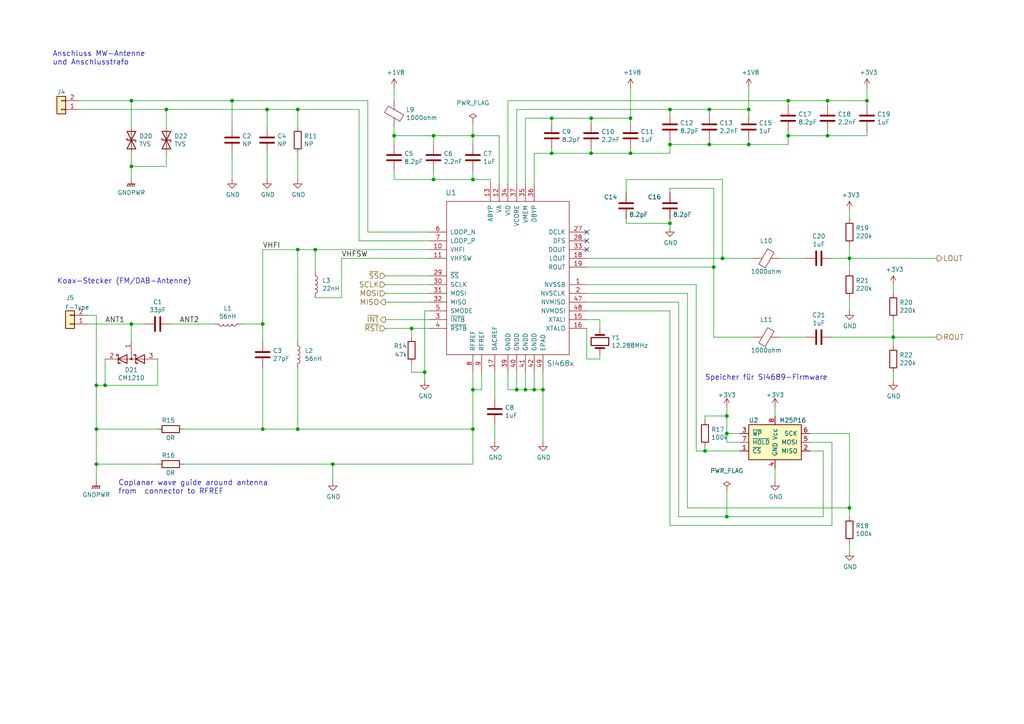
<source format=kicad_sch>
(kicad_sch (version 20211123) (generator eeschema)
  (paper "A4")
  (title_block (title "SI4689 Receiver") (date "2016-03-27") (rev "1"))
  (lib_symbols
    (symbol "Connector_Generic:Conn_01x02" (pin_names (offset 1.016) hide)
      (property "Reference" "J" (at 0 2.54 0))
      (property "Value" "Conn_01x02" (at 0 -5.08 0))
      (symbol "Conn_01x02_1_1"
        (rectangle (start -1.27 -2.413) (end 0 -2.667) (stroke (width 0.1524)))
        (rectangle (start -1.27 0.127) (end 0 -0.127) (stroke (width 0.1524)))
        (rectangle (start -1.27 1.27) (end 1.27 -3.81) (stroke (width 0.254)) (fill (type background)))
        (pin passive line (at -5.08 0 0) (length 3.81) (name "Pin_1") (number "1"))
        (pin passive line (at -5.08 -2.54 0) (length 3.81) (name "Pin_2") (number "2"))
      )
    )
    (symbol "Device:C" (pin_numbers hide) (pin_names (offset 0.254))
      (property "Reference" "C" (at 0.635 2.54 0))
      (property "Value" "C" (at 0.635 -2.54 0))
      (symbol "C_0_1"
        (polyline (pts (xy -2.032 -0.762) (xy 2.032 -0.762)) (stroke (width 0.508)))
        (polyline (pts (xy -2.032 0.762) (xy 2.032 0.762)) (stroke (width 0.508)))
      )
      (symbol "C_1_1"
        (pin passive line (at 0 3.81 270) (length 2.794) (name "~") (number "1"))
        (pin passive line (at 0 -3.81 90) (length 2.794) (name "~") (number "2"))
      )
    )
    (symbol "Device:Crystal" (pin_numbers hide) (pin_names (offset 1.016) hide)
      (property "Reference" "Y" (at 0 3.81 0))
      (property "Value" "Crystal" (at 0 -3.81 0))
      (symbol "Crystal_0_1"
        (rectangle (start -1.143 2.54) (end 1.143 -2.54) (stroke (width 0.3048)))
        (polyline (pts (xy -2.54 0) (xy -1.905 0)))
        (polyline (pts (xy -1.905 -1.27) (xy -1.905 1.27)) (stroke (width 0.508)))
        (polyline (pts (xy 1.905 -1.27) (xy 1.905 1.27)) (stroke (width 0.508)))
        (polyline (pts (xy 2.54 0) (xy 1.905 0)))
      )
      (symbol "Crystal_1_1"
        (pin passive line (at -3.81 0 0) (length 1.27) (name "1") (number "1"))
        (pin passive line (at 3.81 0 180) (length 1.27) (name "2") (number "2"))
      )
    )
    (symbol "Device:D_TVS" (pin_numbers hide) (pin_names (offset 1.016) hide)
      (property "Reference" "D" (at 0 2.54 0))
      (property "Value" "D_TVS" (at 0 -2.54 0))
      (symbol "D_TVS_0_1"
        (polyline (pts (xy 1.27 0) (xy -1.27 0)))
        (polyline (pts (xy 0.508 1.27) (xy 0 1.27) (xy 0 -1.27) (xy -0.508 -1.27)) (stroke (width 0.254)))
        (polyline (pts (xy -2.54 1.27) (xy -2.54 -1.27) (xy 2.54 1.27) (xy 2.54 -1.27) (xy -2.54 1.27)) (stroke (width 0.254)))
      )
      (symbol "D_TVS_1_1"
        (pin passive line (at -3.81 0 0) (length 2.54) (name "A1") (number "1"))
        (pin passive line (at 3.81 0 180) (length 2.54) (name "A2") (number "2"))
      )
    )
    (symbol "Device:L" (pin_numbers hide) (pin_names (offset 1.016) hide)
      (property "Reference" "L" (at -1.27 0 90))
      (property "Value" "L" (at 1.905 0 90))
      (symbol "L_0_1"
        (arc (start 0 -2.54) (mid 0.635 -1.905) (end 0 -1.27))
        (arc (start 0 -1.27) (mid 0.635 -0.635) (end 0 0))
        (arc (start 0 0) (mid 0.635 0.635) (end 0 1.27))
        (arc (start 0 1.27) (mid 0.635 1.905) (end 0 2.54))
      )
      (symbol "L_1_1"
        (pin passive line (at 0 3.81 270) (length 1.27) (name "1") (number "1"))
        (pin passive line (at 0 -3.81 90) (length 1.27) (name "2") (number "2"))
      )
    )
    (symbol "Device:R" (pin_numbers hide) (pin_names (offset 0))
      (property "Reference" "R" (at 2.032 0 90))
      (property "Value" "R" (at 0 0 90))
      (symbol "R_0_1"
        (rectangle (start -1.016 -2.54) (end 1.016 2.54) (stroke (width 0.254)))
      )
      (symbol "R_1_1"
        (pin passive line (at 0 3.81 270) (length 1.27) (name "~") (number "1"))
        (pin passive line (at 0 -3.81 90) (length 1.27) (name "~") (number "2"))
      )
    )
    (symbol "Mainboard-rescue:+1V8-power" (power) (pin_names (offset 0))
      (property "Value" "+1V8-power" (at 0 3.556 0))
      (symbol "+1V8-power_0_1"
        (polyline (pts (xy -0.762 1.27) (xy 0 2.54)))
        (polyline (pts (xy 0 0) (xy 0 2.54)))
        (polyline (pts (xy 0 2.54) (xy 0.762 1.27)))
      )
      (symbol "+1V8-power_1_1"
        (pin power_in line (at 0 0 90) (length 0) hide (name "+1V8") (number "1"))
      )
    )
    (symbol "Mainboard-rescue:+3V3-power" (power) (pin_names (offset 0))
      (property "Value" "+3V3-power" (at 0 3.556 0))
      (symbol "+3V3-power_0_1"
        (polyline (pts (xy -0.762 1.27) (xy 0 2.54)))
        (polyline (pts (xy 0 0) (xy 0 2.54)))
        (polyline (pts (xy 0 2.54) (xy 0.762 1.27)))
      )
      (symbol "+3V3-power_1_1"
        (pin power_in line (at 0 0 90) (length 0) hide (name "+3V3") (number "1"))
      )
    )
    (symbol "Mainboard-rescue:AT25_EEPROM-eeprom" (pin_names (offset 1.016))
      (property "Reference" "U" (at -7.62 6.35 0))
      (property "Value" "AT25_EEPROM-eeprom" (at 1.27 6.35 0))
      (symbol "AT25_EEPROM-eeprom_0_1"
        (rectangle (start -7.62 5.08) (end 7.62 -5.08) (stroke (width 0.254)) (fill (type background)))
      )
      (symbol "AT25_EEPROM-eeprom_1_1"
        (pin input line (at -10.16 -2.54 0) (length 2.54) (name "~{CS}") (number "1"))
        (pin input line (at 10.16 -2.54 180) (length 2.54) (name "MISO") (number "2"))
        (pin input line (at -10.16 2.54 0) (length 2.54) (name "~{WP}") (number "3"))
        (pin power_in line (at 0 -7.62 90) (length 2.54) (name "GND") (number "4"))
        (pin input line (at 10.16 0 180) (length 2.54) (name "MOSI") (number "5"))
        (pin input line (at 10.16 2.54 180) (length 2.54) (name "SCK") (number "6"))
        (pin input line (at -10.16 0 0) (length 2.54) (name "~{HOLD}") (number "7"))
        (pin power_in line (at 0 7.62 270) (length 2.54) (name "Vcc") (number "8"))
      )
    )
    (symbol "Mainboard-rescue:D_Schottky_x2_Serial_CKA-Device" (pin_names (offset 0.762) hide)
      (property "Reference" "D" (at 1.27 -2.54 0))
      (property "Value" "D_Schottky_x2_Serial_CKA-Device" (at 0 2.54 0))
      (symbol "D_Schottky_x2_Serial_CKA-Device_0_1"
        (polyline (pts (xy -3.81 0) (xy 3.81 0)))
        (polyline (pts (xy 0 0) (xy 0 -2.54)))
        (polyline (pts (xy -1.27 -1.27) (xy -1.27 1.27) (xy -1.27 1.27)) (stroke (width 0.254)))
        (polyline (pts (xy 3.81 1.27) (xy 3.81 -1.27) (xy 3.81 -1.27)) (stroke (width 0.254)))
        (polyline (pts (xy -1.27 -1.27) (xy -0.762 -1.27) (xy -0.762 -1.016) (xy -0.762 -1.016)) (stroke (width 0.254)))
        (polyline (pts (xy 3.81 -1.27) (xy 4.318 -1.27) (xy 4.318 -1.016) (xy 4.318 -1.016)) (stroke (width 0.254)))
        (polyline (pts (xy 3.81 1.27) (xy 3.302 1.27) (xy 3.302 1.016) (xy 3.302 1.016)) (stroke (width 0.254)))
        (polyline (pts (xy -1.778 1.016) (xy -1.778 1.27) (xy -1.27 1.27) (xy -1.27 1.27) (xy -1.27 1.27)) (stroke (width 0.254)))
        (polyline (pts (xy -3.81 1.27) (xy -1.27 0) (xy -3.81 -1.27) (xy -3.81 1.27) (xy -3.81 1.27) (xy -3.81 1.27)) (stroke (width 0.254)))
        (polyline (pts (xy 1.27 1.27) (xy 3.81 0) (xy 1.27 -1.27) (xy 1.27 1.27) (xy 1.27 1.27) (xy 1.27 1.27)) (stroke (width 0.254)))
        (circle (center 0 0) (radius 0.254) (fill (type outline)))
        (pin passive line (at 0 -5.08 90) (length 2.54) (name "common") (number "1"))
        (pin passive line (at 7.62 0 180) (length 3.81) (name "K") (number "2"))
        (pin passive line (at -7.62 0 0) (length 3.81) (name "A") (number "3"))
      )
    )
    (symbol "Mainboard-rescue:Ferrite_Bead-Device" (pin_numbers hide) (pin_names (offset 0))
      (property "Reference" "FB" (at -3.81 0.635 90))
      (property "Value" "Ferrite_Bead-Device" (at 3.81 0 90))
      (symbol "Ferrite_Bead-Device_0_1"
        (polyline (pts (xy 0 -1.27) (xy 0 -1.2192)))
        (polyline (pts (xy 0 1.27) (xy 0 1.2954)))
        (polyline (pts (xy -2.7686 0.4064) (xy -1.7018 2.2606) (xy 2.7686 -0.3048) (xy 1.6764 -2.159) (xy -2.7686 0.4064)))
      )
      (symbol "Ferrite_Bead-Device_1_1"
        (pin passive line (at 0 3.81 270) (length 2.54) (name "~") (number "1"))
        (pin passive line (at 0 -3.81 90) (length 2.54) (name "~") (number "2"))
      )
    )
    (symbol "Mainboard-rescue:GND-power" (power) (pin_names (offset 0))
      (property "Value" "GND-power" (at 0 -3.81 0))
      (symbol "GND-power_0_1"
        (polyline (pts (xy 0 0) (xy 0 -1.27) (xy 1.27 -1.27) (xy 0 -2.54) (xy -1.27 -1.27) (xy 0 -1.27)))
      )
      (symbol "GND-power_1_1"
        (pin power_in line (at 0 0 270) (length 0) hide (name "GND") (number "1"))
      )
    )
    (symbol "Mainboard-rescue:GNDPWR-power" (power) (pin_names (offset 0))
      (property "Value" "GNDPWR-power" (at 0 -3.302 0))
      (symbol "GNDPWR-power_0_1"
        (polyline (pts (xy 0 -1.27) (xy 0 0)))
        (polyline (pts (xy -1.016 -1.27) (xy -1.27 -2.032) (xy -1.27 -2.032)) (stroke (width 0.2032)))
        (polyline (pts (xy -0.508 -1.27) (xy -0.762 -2.032) (xy -0.762 -2.032)) (stroke (width 0.2032)))
        (polyline (pts (xy 0 -1.27) (xy -0.254 -2.032) (xy -0.254 -2.032)) (stroke (width 0.2032)))
        (polyline (pts (xy 0.508 -1.27) (xy 0.254 -2.032) (xy 0.254 -2.032)) (stroke (width 0.2032)))
        (polyline (pts (xy 1.016 -1.27) (xy -1.016 -1.27) (xy -1.016 -1.27)) (stroke (width 0.2032)))
        (polyline (pts (xy 1.016 -1.27) (xy 0.762 -2.032) (xy 0.762 -2.032) (xy 0.762 -2.032)) (stroke (width 0.2032)))
      )
      (symbol "GNDPWR-power_1_1"
        (pin power_in line (at 0 0 270) (length 0) hide (name "GNDPWR") (number "1"))
      )
    )
    (symbol "Mainboard-rescue:PWR_FLAG-power" (power) (pin_numbers hide) (pin_names (offset 0) hide)
      (property "Value" "PWR_FLAG-power" (at 0 3.81 0))
      (symbol "PWR_FLAG-power_0_0"
        (pin power_out line (at 0 0 90) (length 0) (name "pwr") (number "1"))
      )
      (symbol "PWR_FLAG-power_0_1"
        (polyline (pts (xy 0 0) (xy 0 1.27) (xy -1.016 1.905) (xy 0 2.54) (xy 1.016 1.905) (xy 0 1.27)))
      )
    )
    (symbol "si468x:SI468x" (pin_names (offset 1.016))
      (property "Reference" "U" (at 2.54 8.89 0))
      (property "Value" "SI468x" (at 38.1 -36.83 0))
      (symbol "SI468x_0_1"
        (rectangle (start 5.08 8.89) (end 40.64 -35.56))
      )
      (symbol "SI468x_1_1"
        (pin output line (at 45.72 -15.24 180) (length 5.08) (name "NVSSB") (number "1"))
        (pin input line (at 0 -5.08 0) (length 5.08) (name "VHFI") (number "10"))
        (pin output line (at 0 -7.62 0) (length 5.08) (name "VHFSW") (number "11"))
        (pin power_in line (at 20.32 13.97 270) (length 5.08) (name "VA") (number "12"))
        (pin power_out line (at 17.78 13.97 270) (length 5.08) (name "ABYP") (number "13"))
        (pin no_connect line (at 7.62 13.97 270) (length 5.08) hide (name "NC") (number "14"))
        (pin input line (at 45.72 -25.4 180) (length 5.08) (name "XTALI") (number "15"))
        (pin output line (at 45.72 -27.94 180) (length 5.08) (name "XTALO") (number "16"))
        (pin power_out line (at 19.05 -40.64 90) (length 5.08) (name "DACREF") (number "17"))
        (pin output line (at 45.72 -7.62 180) (length 5.08) (name "LOUT") (number "18"))
        (pin output line (at 45.72 -10.16 180) (length 5.08) (name "ROUT") (number "19"))
        (pin output line (at 45.72 -17.78 180) (length 5.08) (name "NVSCLK") (number "2"))
        (pin no_connect line (at 10.16 13.97 270) (length 5.08) hide (name "NC") (number "20"))
        (pin no_connect line (at 12.7 13.97 270) (length 5.08) hide (name "NC") (number "21"))
        (pin no_connect line (at 15.24 13.97 270) (length 5.08) hide (name "NC") (number "22"))
        (pin no_connect line (at 33.02 13.97 270) (length 5.08) hide (name "NC") (number "23"))
        (pin no_connect line (at 35.56 13.97 270) (length 5.08) hide (name "NC") (number "24"))
        (pin no_connect line (at 38.1 13.97 270) (length 5.08) hide (name "NC") (number "25"))
        (pin no_connect line (at 0 2.54 0) (length 5.08) hide (name "NC") (number "26"))
        (pin tri_state line (at 45.72 0 180) (length 5.08) (name "DCLK") (number "27"))
        (pin tri_state line (at 45.72 -2.54 180) (length 5.08) (name "DFS") (number "28"))
        (pin input line (at 0 -12.7 0) (length 5.08) (name "~{SS}") (number "29"))
        (pin output line (at 0 -25.4 0) (length 5.08) (name "~{INTB}") (number "3"))
        (pin input line (at 0 -15.24 0) (length 5.08) (name "SCLK") (number "30"))
        (pin bidirectional line (at 0 -17.78 0) (length 5.08) (name "MOSI") (number "31"))
        (pin bidirectional line (at 0 -20.32 0) (length 5.08) (name "MISO") (number "32"))
        (pin output line (at 45.72 -5.08 180) (length 5.08) (name "DOUT") (number "33"))
        (pin power_in line (at 22.86 13.97 270) (length 5.08) (name "VIO") (number "34"))
        (pin power_in line (at 27.94 13.97 270) (length 5.08) (name "VMEM") (number "35"))
        (pin power_out line (at 30.48 13.97 270) (length 5.08) (name "DBYP") (number "36"))
        (pin power_in line (at 25.4 13.97 270) (length 5.08) (name "VCORE") (number "37"))
        (pin no_connect line (at 0 -10.16 0) (length 5.08) hide (name "NC") (number "38"))
        (pin power_in line (at 22.86 -40.64 90) (length 5.08) (name "GNDD") (number "39"))
        (pin input line (at 0 -27.94 0) (length 5.08) (name "~{RSTB}") (number "4"))
        (pin power_in line (at 25.4 -40.64 90) (length 5.08) (name "GNDD") (number "40"))
        (pin power_in line (at 27.94 -40.64 90) (length 5.08) (name "GNDD") (number "41"))
        (pin power_in line (at 30.48 -40.64 90) (length 5.08) (name "GNDD") (number "42"))
        (pin no_connect line (at 0 -30.48 0) (length 5.08) hide (name "NC") (number "43"))
        (pin no_connect line (at 0 -33.02 0) (length 5.08) hide (name "NC") (number "44"))
        (pin no_connect line (at 45.72 -12.7 180) (length 5.08) hide (name "NC") (number "45"))
        (pin no_connect line (at 45.72 -30.48 180) (length 5.08) hide (name "NC") (number "46"))
        (pin input line (at 45.72 -20.32 180) (length 5.08) (name "NVMISO") (number "47"))
        (pin output line (at 45.72 -22.86 180) (length 5.08) (name "NVMOSI") (number "48"))
        (pin power_in line (at 33.02 -40.64 90) (length 5.08) (name "EPAD") (number "49"))
        (pin input line (at 0 -22.86 0) (length 5.08) (name "SMODE") (number "5"))
        (pin input line (at 0 0 0) (length 5.08) (name "LOOP_N") (number "6"))
        (pin input line (at 0 -2.54 0) (length 5.08) (name "LOOP_P") (number "7"))
        (pin power_in line (at 12.7 -40.64 90) (length 5.08) (name "RFREF") (number "8"))
        (pin power_in line (at 15.24 -40.64 90) (length 5.08) (name "RFREF") (number "9"))
      )
    )
  )
  (junction (at 38.1 29.21))
  (junction (at 246.38 74.93))
  (junction (at 182.88 44.45))
  (junction (at 217.17 31.75))
  (junction (at 228.6 29.21))
  (junction (at 38.1 48.26))
  (junction (at 77.47 31.75))
  (junction (at 137.16 124.46))
  (junction (at 154.94 113.03))
  (junction (at 114.3 39.37))
  (junction (at 259.08 97.79))
  (junction (at 152.4 113.03))
  (junction (at 27.94 111.76))
  (junction (at 125.73 39.37))
  (junction (at 123.19 107.95))
  (junction (at 246.38 147.32))
  (junction (at 137.16 113.03))
  (junction (at 30.48 111.76))
  (junction (at 119.38 95.25))
  (junction (at 210.82 149.86))
  (junction (at 217.17 41.91))
  (junction (at 210.82 125.73))
  (junction (at 27.94 134.62))
  (junction (at 86.36 31.75))
  (junction (at 91.44 72.39))
  (junction (at 27.94 124.46))
  (junction (at 38.1 93.98))
  (junction (at 209.55 74.93))
  (junction (at 240.03 29.21))
  (junction (at 182.88 34.29))
  (junction (at 125.73 52.07))
  (junction (at 157.48 113.03))
  (junction (at 160.02 34.29))
  (junction (at 96.52 134.62))
  (junction (at 76.2 124.46))
  (junction (at 149.86 113.03))
  (junction (at 251.46 29.21))
  (junction (at 137.16 52.07))
  (junction (at 86.36 72.39))
  (junction (at 48.26 31.75))
  (junction (at 67.31 29.21))
  (junction (at 76.2 93.98))
  (junction (at 228.6 39.37))
  (junction (at 171.45 34.29))
  (junction (at 210.82 120.65))
  (junction (at 207.01 77.47))
  (junction (at 194.31 31.75))
  (junction (at 194.31 41.91))
  (junction (at 205.74 41.91))
  (junction (at 86.36 124.46))
  (junction (at 205.74 31.75))
  (junction (at 240.03 39.37))
  (junction (at 194.31 64.77))
  (junction (at 171.45 44.45))
  (junction (at 204.47 130.81))
  (junction (at 160.02 44.45))
  (junction (at 137.16 39.37))
  (no_connect (at 170.18 69.85))
  (no_connect (at 170.18 72.39))
  (no_connect (at 170.18 67.31))
  (wire (pts (xy 111.76 87.63) (xy 124.46 87.63)))
  (wire (pts (xy 137.16 35.56) (xy 137.16 39.37)))
  (wire (pts (xy 125.73 52.07) (xy 137.16 52.07)))
  (wire (pts (xy 201.93 82.55) (xy 201.93 130.81)))
  (wire (pts (xy 246.38 147.32) (xy 246.38 149.86)))
  (wire (pts (xy 228.6 39.37) (xy 240.03 39.37)))
  (wire (pts (xy 86.36 124.46) (xy 86.36 106.68)))
  (wire (pts (xy 27.94 124.46) (xy 45.72 124.46)))
  (wire (pts (xy 160.02 34.29) (xy 160.02 35.56)))
  (wire (pts (xy 111.76 85.09) (xy 124.46 85.09)))
  (wire (pts (xy 48.26 48.26) (xy 48.26 44.45)))
  (wire (pts (xy 181.61 64.77) (xy 194.31 64.77)))
  (wire (pts (xy 147.32 107.95) (xy 147.32 113.03)))
  (wire (pts (xy 238.76 149.86) (xy 238.76 130.81)))
  (wire (pts (xy 182.88 44.45) (xy 182.88 43.18)))
  (wire (pts (xy 196.85 87.63) (xy 196.85 149.86)))
  (wire (pts (xy 106.68 29.21) (xy 106.68 67.31)))
  (wire (pts (xy 170.18 95.25) (xy 170.18 104.14)))
  (wire (pts (xy 123.19 90.17) (xy 124.46 90.17)))
  (wire (pts (xy 204.47 120.65) (xy 210.82 120.65)))
  (wire (pts (xy 170.18 104.14) (xy 173.99 104.14)))
  (wire (pts (xy 228.6 39.37) (xy 228.6 41.91)))
  (wire (pts (xy 207.01 77.47) (xy 170.18 77.47)))
  (wire (pts (xy 45.72 111.76) (xy 45.72 104.14)))
  (wire (pts (xy 96.52 134.62) (xy 137.16 134.62)))
  (wire (pts (xy 86.36 72.39) (xy 91.44 72.39)))
  (wire (pts (xy 160.02 44.45) (xy 154.94 44.45)))
  (wire (pts (xy 205.74 31.75) (xy 217.17 31.75)))
  (wire (pts (xy 86.36 72.39) (xy 86.36 99.06)))
  (wire (pts (xy 25.4 93.98) (xy 38.1 93.98)))
  (wire (pts (xy 210.82 142.24) (xy 210.82 149.86)))
  (wire (pts (xy 86.36 44.45) (xy 86.36 52.07)))
  (wire (pts (xy 171.45 44.45) (xy 160.02 44.45)))
  (wire (pts (xy 86.36 31.75) (xy 86.36 36.83)))
  (wire (pts (xy 86.36 31.75) (xy 104.14 31.75)))
  (wire (pts (xy 119.38 107.95) (xy 123.19 107.95)))
  (wire (pts (xy 170.18 74.93) (xy 209.55 74.93)))
  (wire (pts (xy 182.88 34.29) (xy 182.88 35.56)))
  (wire (pts (xy 137.16 52.07) (xy 142.24 52.07)))
  (wire (pts (xy 194.31 152.4) (xy 241.3 152.4)))
  (wire (pts (xy 123.19 90.17) (xy 123.19 107.95)))
  (wire (pts (xy 246.38 74.93) (xy 271.78 74.93)))
  (wire (pts (xy 209.55 74.93) (xy 209.55 52.07)))
  (wire (pts (xy 228.6 29.21) (xy 240.03 29.21)))
  (wire (pts (xy 123.19 107.95) (xy 123.19 110.49)))
  (wire (pts (xy 201.93 130.81) (xy 204.47 130.81)))
  (wire (pts (xy 25.4 91.44) (xy 27.94 91.44)))
  (wire (pts (xy 27.94 134.62) (xy 45.72 134.62)))
  (wire (pts (xy 173.99 92.71) (xy 173.99 95.25)))
  (wire (pts (xy 67.31 29.21) (xy 67.31 36.83)))
  (wire (pts (xy 246.38 157.48) (xy 246.38 160.02)))
  (wire (pts (xy 240.03 39.37) (xy 240.03 38.1)))
  (wire (pts (xy 149.86 113.03) (xy 152.4 113.03)))
  (wire (pts (xy 194.31 41.91) (xy 194.31 44.45)))
  (wire (pts (xy 251.46 29.21) (xy 251.46 30.48)))
  (wire (pts (xy 30.48 104.14) (xy 30.48 111.76)))
  (wire (pts (xy 125.73 39.37) (xy 137.16 39.37)))
  (wire (pts (xy 194.31 63.5) (xy 194.31 64.77)))
  (wire (pts (xy 204.47 129.54) (xy 204.47 130.81)))
  (wire (pts (xy 196.85 149.86) (xy 210.82 149.86)))
  (wire (pts (xy 77.47 31.75) (xy 86.36 31.75)))
  (wire (pts (xy 27.94 124.46) (xy 27.94 134.62)))
  (wire (pts (xy 125.73 39.37) (xy 125.73 41.91)))
  (wire (pts (xy 224.79 135.89) (xy 224.79 139.7)))
  (wire (pts (xy 240.03 29.21) (xy 251.46 29.21)))
  (wire (pts (xy 77.47 44.45) (xy 77.47 52.07)))
  (wire (pts (xy 119.38 97.79) (xy 119.38 95.25)))
  (wire (pts (xy 194.31 31.75) (xy 205.74 31.75)))
  (wire (pts (xy 149.86 31.75) (xy 149.86 53.34)))
  (wire (pts (xy 137.16 113.03) (xy 137.16 107.95)))
  (wire (pts (xy 67.31 29.21) (xy 106.68 29.21)))
  (wire (pts (xy 207.01 54.61) (xy 194.31 54.61)))
  (wire (pts (xy 240.03 29.21) (xy 240.03 30.48)))
  (wire (pts (xy 194.31 64.77) (xy 194.31 66.04)))
  (wire (pts (xy 170.18 90.17) (xy 194.31 90.17)))
  (wire (pts (xy 137.16 39.37) (xy 137.16 41.91)))
  (wire (pts (xy 241.3 74.93) (xy 246.38 74.93)))
  (wire (pts (xy 170.18 85.09) (xy 199.39 85.09)))
  (wire (pts (xy 217.17 31.75) (xy 217.17 33.02)))
  (wire (pts (xy 241.3 97.79) (xy 259.08 97.79)))
  (wire (pts (xy 210.82 125.73) (xy 214.63 125.73)))
  (wire (pts (xy 207.01 54.61) (xy 207.01 77.47)))
  (wire (pts (xy 154.94 113.03) (xy 157.48 113.03)))
  (wire (pts (xy 114.3 52.07) (xy 114.3 49.53)))
  (wire (pts (xy 209.55 74.93) (xy 218.44 74.93)))
  (wire (pts (xy 104.14 31.75) (xy 104.14 69.85)))
  (wire (pts (xy 259.08 82.55) (xy 259.08 85.09)))
  (wire (pts (xy 114.3 25.4) (xy 114.3 29.21)))
  (wire (pts (xy 124.46 74.93) (xy 99.06 74.93)))
  (wire (pts (xy 147.32 29.21) (xy 228.6 29.21)))
  (wire (pts (xy 240.03 39.37) (xy 251.46 39.37)))
  (wire (pts (xy 27.94 111.76) (xy 27.94 124.46)))
  (wire (pts (xy 53.34 134.62) (xy 96.52 134.62)))
  (wire (pts (xy 246.38 71.12) (xy 246.38 74.93)))
  (wire (pts (xy 152.4 113.03) (xy 154.94 113.03)))
  (wire (pts (xy 30.48 111.76) (xy 45.72 111.76)))
  (wire (pts (xy 246.38 125.73) (xy 246.38 147.32)))
  (wire (pts (xy 149.86 31.75) (xy 194.31 31.75)))
  (wire (pts (xy 76.2 124.46) (xy 76.2 106.68)))
  (wire (pts (xy 99.06 86.36) (xy 91.44 86.36)))
  (wire (pts (xy 69.85 93.98) (xy 76.2 93.98)))
  (wire (pts (xy 170.18 82.55) (xy 201.93 82.55)))
  (wire (pts (xy 194.31 40.64) (xy 194.31 41.91)))
  (wire (pts (xy 91.44 72.39) (xy 124.46 72.39)))
  (wire (pts (xy 76.2 72.39) (xy 86.36 72.39)))
  (wire (pts (xy 160.02 34.29) (xy 171.45 34.29)))
  (wire (pts (xy 139.7 113.03) (xy 137.16 113.03)))
  (wire (pts (xy 38.1 29.21) (xy 38.1 36.83)))
  (wire (pts (xy 226.06 97.79) (xy 233.68 97.79)))
  (wire (pts (xy 199.39 147.32) (xy 246.38 147.32)))
  (wire (pts (xy 173.99 92.71) (xy 170.18 92.71)))
  (wire (pts (xy 139.7 107.95) (xy 139.7 113.03)))
  (wire (pts (xy 114.3 39.37) (xy 114.3 41.91)))
  (wire (pts (xy 259.08 97.79) (xy 271.78 97.79)))
  (wire (pts (xy 67.31 44.45) (xy 67.31 52.07)))
  (wire (pts (xy 48.26 31.75) (xy 48.26 36.83)))
  (wire (pts (xy 38.1 48.26) (xy 48.26 48.26)))
  (wire (pts (xy 194.31 31.75) (xy 194.31 33.02)))
  (wire (pts (xy 86.36 124.46) (xy 137.16 124.46)))
  (wire (pts (xy 76.2 124.46) (xy 86.36 124.46)))
  (wire (pts (xy 238.76 130.81) (xy 234.95 130.81)))
  (wire (pts (xy 171.45 34.29) (xy 182.88 34.29)))
  (wire (pts (xy 157.48 113.03) (xy 157.48 128.27)))
  (wire (pts (xy 171.45 34.29) (xy 171.45 35.56)))
  (wire (pts (xy 199.39 85.09) (xy 199.39 147.32)))
  (wire (pts (xy 224.79 118.11) (xy 224.79 120.65)))
  (wire (pts (xy 228.6 29.21) (xy 228.6 30.48)))
  (wire (pts (xy 182.88 25.4) (xy 182.88 34.29)))
  (wire (pts (xy 259.08 92.71) (xy 259.08 97.79)))
  (wire (pts (xy 114.3 39.37) (xy 125.73 39.37)))
  (wire (pts (xy 181.61 52.07) (xy 181.61 55.88)))
  (wire (pts (xy 152.4 53.34) (xy 152.4 34.29)))
  (wire (pts (xy 53.34 124.46) (xy 76.2 124.46)))
  (wire (pts (xy 27.94 91.44) (xy 27.94 111.76)))
  (wire (pts (xy 207.01 97.79) (xy 218.44 97.79)))
  (wire (pts (xy 137.16 52.07) (xy 137.16 49.53)))
  (wire (pts (xy 251.46 25.4) (xy 251.46 29.21)))
  (wire (pts (xy 144.78 39.37) (xy 144.78 53.34)))
  (wire (pts (xy 228.6 41.91) (xy 217.17 41.91)))
  (wire (pts (xy 137.16 134.62) (xy 137.16 124.46)))
  (wire (pts (xy 205.74 41.91) (xy 205.74 40.64)))
  (wire (pts (xy 38.1 93.98) (xy 41.91 93.98)))
  (wire (pts (xy 99.06 74.93) (xy 99.06 86.36)))
  (wire (pts (xy 111.76 95.25) (xy 119.38 95.25)))
  (wire (pts (xy 149.86 107.95) (xy 149.86 113.03)))
  (wire (pts (xy 143.51 115.57) (xy 143.51 107.95)))
  (wire (pts (xy 246.38 74.93) (xy 246.38 78.74)))
  (wire (pts (xy 205.74 31.75) (xy 205.74 33.02)))
  (wire (pts (xy 77.47 31.75) (xy 77.47 36.83)))
  (wire (pts (xy 210.82 118.11) (xy 210.82 120.65)))
  (wire (pts (xy 204.47 130.81) (xy 214.63 130.81)))
  (wire (pts (xy 76.2 72.39) (xy 76.2 93.98)))
  (wire (pts (xy 154.94 113.03) (xy 154.94 107.95)))
  (wire (pts (xy 111.76 82.55) (xy 124.46 82.55)))
  (wire (pts (xy 246.38 86.36) (xy 246.38 90.17)))
  (wire (pts (xy 137.16 124.46) (xy 137.16 113.03)))
  (wire (pts (xy 147.32 113.03) (xy 149.86 113.03)))
  (wire (pts (xy 114.3 36.83) (xy 114.3 39.37)))
  (wire (pts (xy 147.32 53.34) (xy 147.32 29.21)))
  (wire (pts (xy 152.4 34.29) (xy 160.02 34.29)))
  (wire (pts (xy 143.51 128.27) (xy 143.51 123.19)))
  (wire (pts (xy 142.24 52.07) (xy 142.24 53.34)))
  (wire (pts (xy 182.88 44.45) (xy 171.45 44.45)))
  (wire (pts (xy 171.45 44.45) (xy 171.45 43.18)))
  (wire (pts (xy 259.08 107.95) (xy 259.08 110.49)))
  (wire (pts (xy 111.76 80.01) (xy 124.46 80.01)))
  (wire (pts (xy 22.86 29.21) (xy 38.1 29.21)))
  (wire (pts (xy 157.48 107.95) (xy 157.48 113.03)))
  (wire (pts (xy 173.99 104.14) (xy 173.99 102.87)))
  (wire (pts (xy 48.26 31.75) (xy 77.47 31.75)))
  (wire (pts (xy 204.47 121.92) (xy 204.47 120.65)))
  (wire (pts (xy 38.1 48.26) (xy 38.1 52.07)))
  (wire (pts (xy 246.38 125.73) (xy 234.95 125.73)))
  (wire (pts (xy 210.82 128.27) (xy 214.63 128.27)))
  (wire (pts (xy 104.14 69.85) (xy 124.46 69.85)))
  (wire (pts (xy 246.38 60.96) (xy 246.38 63.5)))
  (wire (pts (xy 241.3 152.4) (xy 241.3 128.27)))
  (wire (pts (xy 194.31 54.61) (xy 194.31 55.88)))
  (wire (pts (xy 210.82 120.65) (xy 210.82 125.73)))
  (wire (pts (xy 27.94 111.76) (xy 30.48 111.76)))
  (wire (pts (xy 152.4 113.03) (xy 152.4 107.95)))
  (wire (pts (xy 251.46 39.37) (xy 251.46 38.1)))
  (wire (pts (xy 210.82 125.73) (xy 210.82 128.27)))
  (wire (pts (xy 160.02 44.45) (xy 160.02 43.18)))
  (wire (pts (xy 125.73 52.07) (xy 125.73 49.53)))
  (wire (pts (xy 228.6 38.1) (xy 228.6 39.37)))
  (wire (pts (xy 207.01 77.47) (xy 207.01 97.79)))
  (wire (pts (xy 217.17 25.4) (xy 217.17 31.75)))
  (wire (pts (xy 205.74 41.91) (xy 194.31 41.91)))
  (wire (pts (xy 226.06 74.93) (xy 233.68 74.93)))
  (wire (pts (xy 38.1 44.45) (xy 38.1 48.26)))
  (wire (pts (xy 154.94 44.45) (xy 154.94 53.34)))
  (wire (pts (xy 114.3 52.07) (xy 125.73 52.07)))
  (wire (pts (xy 38.1 29.21) (xy 67.31 29.21)))
  (wire (pts (xy 194.31 90.17) (xy 194.31 152.4)))
  (wire (pts (xy 181.61 63.5) (xy 181.61 64.77)))
  (wire (pts (xy 76.2 93.98) (xy 76.2 99.06)))
  (wire (pts (xy 119.38 95.25) (xy 124.46 95.25)))
  (wire (pts (xy 217.17 41.91) (xy 217.17 40.64)))
  (wire (pts (xy 170.18 87.63) (xy 196.85 87.63)))
  (wire (pts (xy 217.17 41.91) (xy 205.74 41.91)))
  (wire (pts (xy 259.08 97.79) (xy 259.08 100.33)))
  (wire (pts (xy 111.76 92.71) (xy 124.46 92.71)))
  (wire (pts (xy 22.86 31.75) (xy 48.26 31.75)))
  (wire (pts (xy 209.55 52.07) (xy 181.61 52.07)))
  (wire (pts (xy 38.1 93.98) (xy 38.1 99.06)))
  (wire (pts (xy 91.44 72.39) (xy 91.44 78.74)))
  (wire (pts (xy 241.3 128.27) (xy 234.95 128.27)))
  (wire (pts (xy 49.53 93.98) (xy 62.23 93.98)))
  (wire (pts (xy 119.38 105.41) (xy 119.38 107.95)))
  (wire (pts (xy 27.94 134.62) (xy 27.94 139.7)))
  (wire (pts (xy 137.16 39.37) (xy 144.78 39.37)))
  (wire (pts (xy 106.68 67.31) (xy 124.46 67.31)))
  (wire (pts (xy 194.31 44.45) (xy 182.88 44.45)))
  (wire (pts (xy 210.82 149.86) (xy 238.76 149.86)))
  (wire (pts (xy 96.52 134.62) (xy 96.52 139.7)))
  (text "Koax-Stecker (FM/DAB-Antenne)" (at 16.51 82.55 0) (effects (font (size 1.524 1.524)) (justify left bottom)))
  (text "Coplanar wave guide around antenna\nfrom  connector to RFREF" (at 34.29 143.51 0) (effects (font (size 1.524 1.524)) (justify left bottom)))
  (text "Speicher für SI4689-Firmware" (at 204.47 110.49 0) (effects (font (size 1.524 1.524)) (justify left bottom)))
  (text "Anschluss MW-Antenne\nund Anschlusstrafo" (at 15.24 19.05 0) (effects (font (size 1.524 1.524)) (justify left bottom)))
  (label "ANT2" (at 52.07 93.98 0) (effects (font (size 1.524 1.524))))
  (label "VHFI" (at 76.2 72.39 0) (effects (font (size 1.524 1.524))))
  (label "VHFSW" (at 99.06 74.93 0) (effects (font (size 1.524 1.524))))
  (label "ANT1" (at 30.48 93.98 0) (effects (font (size 1.524 1.524))))
  (hierarchical_label "~{SS}" (shape input) (at 111.76 80.01 180) (effects (font (size 1.524 1.524))))
  (hierarchical_label "MISO" (shape output) (at 111.76 87.63 180) (effects (font (size 1.524 1.524))))
  (hierarchical_label "MOSI" (shape input) (at 111.76 85.09 180) (effects (font (size 1.524 1.524))))
  (hierarchical_label "LOUT" (shape output) (at 271.78 74.93 0) (effects (font (size 1.524 1.524))))
  (hierarchical_label "~{RST}" (shape input) (at 111.76 95.25 180) (effects (font (size 1.524 1.524))))
  (hierarchical_label "~{INT}" (shape output) (at 111.76 92.71 180) (effects (font (size 1.524 1.524))))
  (hierarchical_label "SCLK" (shape input) (at 111.76 82.55 180) (effects (font (size 1.524 1.524))))
  (hierarchical_label "ROUT" (shape output) (at 271.78 97.79 0) (effects (font (size 1.524 1.524))))
  (symbol (lib_id "si468x:SI468x") (at 124.46 67.31 0) (unit 1)
    (property "Reference" "U1" (at 130.81 55.88 0) (effects (font (size 1.524 1.524))))
    (property "Value" "SI468x" (at 162.56 105.41 0) (effects (font (size 1.524 1.524))))
    (property "Footprint" "QFN:QFN_48" (effects hide))
    (property "Manufacturer" "Silicon Labs" (effects hide))
    (property "Type" "Si4689-A10-GM" (effects hide))
    (property "Source" "Mouser" (effects hide))
    (property "Order Number" "634-SI4689-A10-GM" (effects hide))
  )
  (symbol (lib_id "Device:Crystal") (at 173.99 99.06 270) (unit 1)
    (property "Reference" "Y1" (at 177.3174 97.8916 90) (effects (justify left)))
    (property "Value" "12.288MHz" (at 177.3174 100.203 90) (effects (justify left)))
    (property "Footprint" "Crystals:Crystal_HC49-SD_SMD" (effects hide))
    (property "Manufacturer" "TXC" (effects hide))
    (property "Type" "9C-12.288MEEJ-T" (effects hide))
    (property "Source" "Farnell" (effects hide))
    (property "Order Number" "1842283" (effects hide))
  )
  (symbol (lib_id "Device:C") (at 160.02 39.37 0) (unit 1)
    (property "Reference" "C9" (at 162.941 38.2016 0) (effects (justify left)))
    (property "Value" "8.2pF" (at 162.941 40.513 0) (effects (justify left)))
    (property "Footprint" "Capacitors_SMD:C_0603_HandSoldering" (effects hide))
  )
  (symbol (lib_id "Device:C") (at 171.45 39.37 0) (unit 1)
    (property "Reference" "C10" (at 174.371 38.2016 0) (effects (justify left)))
    (property "Value" "2.2nF" (at 174.371 40.513 0) (effects (justify left)))
    (property "Footprint" "Capacitors_SMD:C_0603_HandSoldering" (effects hide))
  )
  (symbol (lib_id "Device:C") (at 182.88 39.37 0) (unit 1)
    (property "Reference" "C11" (at 185.801 38.2016 0) (effects (justify left)))
    (property "Value" "1uF" (at 185.801 40.513 0) (effects (justify left)))
    (property "Footprint" "Capacitors_SMD:C_0603_HandSoldering" (effects hide))
  )
  (symbol (lib_id "Device:C") (at 194.31 36.83 0) (unit 1)
    (property "Reference" "C12" (at 197.231 35.6616 0) (effects (justify left)))
    (property "Value" "8.2pF" (at 197.231 37.973 0) (effects (justify left)))
    (property "Footprint" "Capacitors_SMD:C_0603_HandSoldering" (effects hide))
  )
  (symbol (lib_id "Device:C") (at 205.74 36.83 0) (unit 1)
    (property "Reference" "C13" (at 208.661 35.6616 0) (effects (justify left)))
    (property "Value" "2.2nF" (at 208.661 37.973 0) (effects (justify left)))
    (property "Footprint" "Capacitors_SMD:C_0603_HandSoldering" (effects hide))
  )
  (symbol (lib_id "Device:C") (at 217.17 36.83 0) (unit 1)
    (property "Reference" "C15" (at 220.091 35.6616 0) (effects (justify left)))
    (property "Value" "1uF" (at 220.091 37.973 0) (effects (justify left)))
    (property "Footprint" "Capacitors_SMD:C_0603_HandSoldering" (effects hide))
  )
  (symbol (lib_id "Device:C") (at 228.6 34.29 0) (unit 1)
    (property "Reference" "C17" (at 231.521 33.1216 0) (effects (justify left)))
    (property "Value" "8.2pF" (at 231.521 35.433 0) (effects (justify left)))
    (property "Footprint" "Capacitors_SMD:C_0603_HandSoldering" (effects hide))
  )
  (symbol (lib_id "Device:C") (at 240.03 34.29 0) (unit 1)
    (property "Reference" "C18" (at 242.951 33.1216 0) (effects (justify left)))
    (property "Value" "2.2nF" (at 242.951 35.433 0) (effects (justify left)))
    (property "Footprint" "Capacitors_SMD:C_0603_HandSoldering" (effects hide))
  )
  (symbol (lib_id "Device:C") (at 251.46 34.29 0) (unit 1)
    (property "Reference" "C19" (at 254.381 33.1216 0) (effects (justify left)))
    (property "Value" "1uF" (at 254.381 35.433 0) (effects (justify left)))
    (property "Footprint" "Capacitors_SMD:C_0603_HandSoldering" (effects hide))
  )
  (symbol (lib_id "Device:C") (at 114.3 45.72 0) (unit 1)
    (property "Reference" "C5" (at 117.221 44.5516 0) (effects (justify left)))
    (property "Value" "8.2pF" (at 117.221 46.863 0) (effects (justify left)))
    (property "Footprint" "Capacitors_SMD:C_0603_HandSoldering" (effects hide))
  )
  (symbol (lib_id "Device:C") (at 125.73 45.72 0) (unit 1)
    (property "Reference" "C6" (at 128.651 44.5516 0) (effects (justify left)))
    (property "Value" "2.2nF" (at 128.651 46.863 0) (effects (justify left)))
    (property "Footprint" "Capacitors_SMD:C_0603_HandSoldering" (effects hide))
  )
  (symbol (lib_id "Device:C") (at 137.16 45.72 0) (unit 1)
    (property "Reference" "C7" (at 140.081 44.5516 0) (effects (justify left)))
    (property "Value" "1uF" (at 140.081 46.863 0) (effects (justify left)))
    (property "Footprint" "Capacitors_SMD:C_0603_HandSoldering" (effects hide))
  )
  (symbol (lib_id "Device:C") (at 143.51 119.38 0) (unit 1)
    (property "Reference" "C8" (at 146.431 118.2116 0) (effects (justify left)))
    (property "Value" "1uF" (at 146.431 120.523 0) (effects (justify left)))
    (property "Footprint" "Capacitors_SMD:C_0603_HandSoldering" (effects hide))
  )
  (symbol (lib_id "Mainboard-rescue:GND-power") (at 143.51 128.27 0) (unit 1)
    (property "Reference" "#PWR011" (effects hide))
    (property "Value" "GND" (at 143.7132 132.6642 0))
  )
  (symbol (lib_id "Device:C") (at 194.31 59.69 180) (unit 1)
    (property "Reference" "C16" (at 191.77 57.15 0) (effects (justify left)))
    (property "Value" "8.2pF" (at 200.66 62.23 0) (effects (justify left)))
    (property "Footprint" "Capacitors_SMD:C_0603_HandSoldering" (effects hide))
  )
  (symbol (lib_id "Device:C") (at 181.61 59.69 180) (unit 1)
    (property "Reference" "C14" (at 179.07 57.15 0) (effects (justify left)))
    (property "Value" "8.2pF" (at 187.96 62.23 0) (effects (justify left)))
    (property "Footprint" "Capacitors_SMD:C_0603_HandSoldering" (effects hide))
  )
  (symbol (lib_id "Mainboard-rescue:Ferrite_Bead-Device") (at 222.25 74.93 270) (unit 1)
    (property "Reference" "L10" (at 222.25 69.85 90))
    (property "Value" "1000ohm" (at 222.25 78.74 90))
    (property "Footprint" "Resistors_SMD:R_0603_HandSoldering" (effects hide))
    (property "Manufacturer" "Murata" (effects hide))
    (property "Type" "BLM18AG102SN1D" (effects hide))
    (property "Source" "Farnell" (effects hide))
    (property "Order Number" "1515671" (effects hide))
  )
  (symbol (lib_id "Mainboard-rescue:Ferrite_Bead-Device") (at 222.25 97.79 270) (unit 1)
    (property "Reference" "L11" (at 222.25 92.71 90))
    (property "Value" "1000ohm" (at 222.25 101.6 90))
    (property "Footprint" "Resistors_SMD:R_0603_HandSoldering" (effects hide))
    (property "Manufacturer" "Murata" (effects hide))
    (property "Type" "BLM18AG102SN1D" (effects hide))
    (property "Source" "Farnell" (effects hide))
    (property "Order Number" "1515671" (effects hide))
  )
  (symbol (lib_id "Mainboard-rescue:GND-power") (at 194.31 66.04 0) (unit 1)
    (property "Reference" "#PWR012" (effects hide))
    (property "Value" "GND" (at 194.5132 70.4342 0))
  )
  (symbol (lib_id "Device:C") (at 237.49 74.93 270) (unit 1)
    (property "Reference" "C20" (at 237.49 68.5292 90))
    (property "Value" "1uF" (at 237.49 70.8406 90))
    (property "Footprint" "Capacitors_SMD:C_0603_HandSoldering" (effects hide))
  )
  (symbol (lib_id "Device:C") (at 237.49 97.79 270) (unit 1)
    (property "Reference" "C21" (at 237.49 91.3892 90))
    (property "Value" "1uF" (at 237.49 93.7006 90))
    (property "Footprint" "Capacitors_SMD:C_0603_HandSoldering" (effects hide))
  )
  (symbol (lib_id "Device:C") (at 45.72 93.98 270) (unit 1)
    (property "Reference" "C1" (at 45.72 87.5792 90))
    (property "Value" "33pF" (at 45.72 89.8906 90))
    (property "Footprint" "Capacitors_SMD:C_0603_HandSoldering" (effects hide))
  )
  (symbol (lib_id "Device:L") (at 66.04 93.98 270) (unit 1)
    (property "Reference" "L1" (at 66.04 89.4588 90))
    (property "Value" "56nH" (at 66.04 91.7702 90))
    (property "Footprint" "Resistors_SMD:R_0603_HandSoldering" (effects hide))
    (property "Manufacturer" "Johanson Technology" (effects hide))
    (property "Type" "L-14W56NJV4E" (effects hide))
    (property "Source" "Farnell" (effects hide))
    (property "Order Number" "1865871" (effects hide))
  )
  (symbol (lib_id "Device:L") (at 86.36 102.87 0) (unit 1)
    (property "Reference" "L2" (at 88.3666 101.7016 0) (effects (justify left)))
    (property "Value" "56nH" (at 88.3666 104.013 0) (effects (justify left)))
    (property "Footprint" "Resistors_SMD:R_0603_HandSoldering" (effects hide))
    (property "Manufacturer" "Johanson Technology" (effects hide))
    (property "Type" "L-14W56NJV4E" (effects hide))
    (property "Source" "Farnell" (effects hide))
    (property "Order Number" "1865871" (effects hide))
  )
  (symbol (lib_id "Device:L") (at 91.44 82.55 0) (unit 1)
    (property "Reference" "L3" (at 93.4466 81.3816 0) (effects (justify left)))
    (property "Value" "22nH" (at 93.4466 83.693 0) (effects (justify left)))
    (property "Footprint" "Resistors_SMD:R_0603_HandSoldering" (effects hide))
    (property "Manufacturer" "Murata" (effects hide))
    (property "Type" "LQW18AN22NG00D" (effects hide))
    (property "Source" "Farnell" (effects hide))
    (property "Order Number" "9527982" (effects hide))
  )
  (symbol (lib_id "Device:C") (at 76.2 102.87 0) (unit 1)
    (property "Reference" "C3" (at 79.121 101.7016 0) (effects (justify left)))
    (property "Value" "27pF" (at 79.121 104.013 0) (effects (justify left)))
    (property "Footprint" "Capacitors_SMD:C_0603_HandSoldering" (effects hide))
    (property "Manufacturer" "Value" (effects hide))
    (property "Type" "Value" (effects hide))
    (property "Source" "Farnell" (effects hide))
    (property "Order Number" "Value" (effects hide))
  )
  (symbol (lib_id "Connector_Generic:Conn_01x02") (at 17.78 31.75 180) (unit 1)
    (property "Reference" "J4" (at 17.78 26.67 0))
    (property "Value" "CONN_01X02" (effects hide))
    (property "Footprint" "Pin_Headers:Pin_Header_Straight_1x02" (effects hide))
    (property "Manufacturer" "Value" (effects hide))
    (property "Type" "Value" (effects hide))
    (property "Source" "Farnell" (effects hide))
    (property "Order Number" "Value" (effects hide))
  )
  (symbol (lib_id "Mainboard-rescue:GND-power") (at 157.48 128.27 0) (unit 1)
    (property "Reference" "#PWR013" (effects hide))
    (property "Value" "GND" (at 157.6832 132.6642 0))
  )
  (symbol (lib_id "Connector_Generic:Conn_01x02") (at 20.32 93.98 180) (unit 1)
    (property "Reference" "J5" (at 20.32 86.36 0))
    (property "Value" "F-Type" (at 22.3774 89.154 0))
    (property "Footprint" "Various:F-Connector" (effects hide))
    (property "Manufacturer" "TE Connectivity" (effects hide))
    (property "Type" "5-1634540-1" (effects hide))
    (property "Source" "Farnell" (effects hide))
    (property "Order Number" "1248987" (effects hide))
  )
  (symbol (lib_id "Mainboard-rescue:D_Schottky_x2_Serial_CKA-Device") (at 38.1 104.14 180) (unit 1)
    (property "Reference" "D21" (at 38.1 107.2896 0))
    (property "Value" "CM1210" (at 38.1 109.601 0))
    (property "Footprint" "TO_SOT_Packages_SMD:SOT-23" (effects hide))
    (property "Manufacturer" "ONSemiconductor" (effects hide))
    (property "Type" "CM1213A-01SO" (effects hide))
    (property "Source" "Farnell" (effects hide))
    (property "Order Number" "2533251" (effects hide))
  )
  (symbol (lib_id "Device:C") (at 67.31 40.64 0) (unit 1)
    (property "Reference" "C2" (at 70.231 39.4716 0) (effects (justify left)))
    (property "Value" "NP" (at 70.231 41.783 0) (effects (justify left)))
    (property "Footprint" "Capacitors_SMD:C_0603_HandSoldering" (effects hide))
  )
  (symbol (lib_id "Device:C") (at 77.47 40.64 0) (unit 1)
    (property "Reference" "C4" (at 80.391 39.4716 0) (effects (justify left)))
    (property "Value" "NP" (at 80.391 41.783 0) (effects (justify left)))
    (property "Footprint" "Capacitors_SMD:C_0603_HandSoldering" (effects hide))
  )
  (symbol (lib_id "Device:R") (at 86.36 40.64 0) (unit 1)
    (property "Reference" "R11" (at 88.138 39.4716 0) (effects (justify left)))
    (property "Value" "NP" (at 88.138 41.783 0) (effects (justify left)))
    (property "Footprint" "Resistors_SMD:R_0603_HandSoldering" (effects hide))
  )
  (symbol (lib_id "Mainboard-rescue:GND-power") (at 67.31 52.07 0) (unit 1)
    (property "Reference" "#PWR014" (effects hide))
    (property "Value" "GND" (at 67.5132 56.4642 0))
  )
  (symbol (lib_id "Mainboard-rescue:GND-power") (at 77.47 52.07 0) (unit 1)
    (property "Reference" "#PWR015" (effects hide))
    (property "Value" "GND" (at 77.6732 56.4642 0))
  )
  (symbol (lib_id "Mainboard-rescue:GND-power") (at 86.36 52.07 0) (unit 1)
    (property "Reference" "#PWR016" (effects hide))
    (property "Value" "GND" (at 86.5632 56.4642 0))
  )
  (symbol (lib_id "Mainboard-rescue:+1V8-power") (at 114.3 25.4 0) (unit 1)
    (property "Reference" "#PWR017" (effects hide))
    (property "Value" "+1V8" (at 114.7572 21.0058 0))
  )
  (symbol (lib_id "Mainboard-rescue:+1V8-power") (at 182.88 25.4 0) (unit 1)
    (property "Reference" "#PWR018" (effects hide))
    (property "Value" "+1V8" (at 183.3372 21.0058 0))
  )
  (symbol (lib_id "Mainboard-rescue:+1V8-power") (at 217.17 25.4 0) (unit 1)
    (property "Reference" "#PWR019" (effects hide))
    (property "Value" "+1V8" (at 217.6272 21.0058 0))
  )
  (symbol (lib_id "Mainboard-rescue:+3V3-power") (at 251.46 25.4 0) (unit 1)
    (property "Reference" "#PWR020" (effects hide))
    (property "Value" "+3V3" (at 251.9172 21.0058 0))
  )
  (symbol (lib_id "Mainboard-rescue:AT25_EEPROM-eeprom") (at 224.79 128.27 0) (unit 1)
    (property "Reference" "U2" (at 217.17 121.92 0) (effects (justify left)))
    (property "Value" "M25P16" (at 226.06 121.92 0) (effects (justify left)))
    (property "Footprint" "Housings_SOIC:SOIC-8_3.9x4.9mm_Pitch1.27mm" (effects hide))
    (property "Manufacturer" "Micron" (effects hide))
    (property "Type" "M25P16-VMN6P" (effects hide))
    (property "Source" "Farnell" (effects hide))
    (property "Order Number" "1734973" (effects hide))
  )
  (symbol (lib_id "Mainboard-rescue:+3V3-power") (at 224.79 118.11 0) (unit 1)
    (property "Reference" "#PWR021" (effects hide))
    (property "Value" "+3V3" (at 224.79 114.554 0))
  )
  (symbol (lib_id "Mainboard-rescue:+3V3-power") (at 210.82 118.11 0) (unit 1)
    (property "Reference" "#PWR022" (effects hide))
    (property "Value" "+3V3" (at 210.82 114.554 0))
  )
  (symbol (lib_id "Mainboard-rescue:GND-power") (at 224.79 139.7 0) (unit 1)
    (property "Reference" "#PWR023" (effects hide))
    (property "Value" "GND" (at 224.9932 144.0942 0))
  )
  (symbol (lib_id "Mainboard-rescue:GND-power") (at 123.19 110.49 0) (unit 1)
    (property "Reference" "#PWR024" (effects hide))
    (property "Value" "GND" (at 123.3932 114.8842 0))
  )
  (symbol (lib_id "Device:R") (at 246.38 67.31 0) (unit 1)
    (property "Reference" "R19" (at 248.158 66.1416 0) (effects (justify left)))
    (property "Value" "220k" (at 248.158 68.453 0) (effects (justify left)))
    (property "Footprint" "Resistors_SMD:R_0603_HandSoldering" (effects hide))
    (property "Manufacturer" "Value" (effects hide))
    (property "Type" "Value" (effects hide))
    (property "Source" "Farnell" (effects hide))
    (property "Order Number" "Value" (effects hide))
  )
  (symbol (lib_id "Device:R") (at 259.08 88.9 0) (unit 1)
    (property "Reference" "R20" (at 260.858 87.7316 0) (effects (justify left)))
    (property "Value" "220k" (at 260.858 90.043 0) (effects (justify left)))
    (property "Footprint" "Resistors_SMD:R_0603_HandSoldering" (effects hide))
    (property "Manufacturer" "Value" (effects hide))
    (property "Type" "Value" (effects hide))
    (property "Source" "Farnell" (effects hide))
    (property "Order Number" "Value" (effects hide))
  )
  (symbol (lib_id "Device:R") (at 204.47 125.73 0) (unit 1)
    (property "Reference" "R17" (at 206.248 124.5616 0) (effects (justify left)))
    (property "Value" "100k" (at 206.248 126.873 0) (effects (justify left)))
    (property "Footprint" "Resistors_SMD:R_0603_HandSoldering" (effects hide))
    (property "Manufacturer" "Value" (effects hide))
    (property "Type" "Value" (effects hide))
    (property "Source" "Farnell" (effects hide))
    (property "Order Number" "Value" (effects hide))
  )
  (symbol (lib_id "Device:R") (at 119.38 101.6 0) (unit 1)
    (property "Reference" "R14" (at 118.11 100.33 0) (effects (justify right)))
    (property "Value" "47k" (at 118.11 102.87 0) (effects (justify right)))
    (property "Footprint" "Resistors_SMD:R_0603_HandSoldering" (effects hide))
  )
  (symbol (lib_id "Device:D_TVS") (at 38.1 40.64 270) (unit 1)
    (property "Reference" "D20" (at 40.3352 39.4716 90) (effects (justify left)))
    (property "Value" "TVS" (at 40.3352 41.783 90) (effects (justify left)))
    (property "Footprint" "Resistors_SMD:R_0603_HandSoldering" (effects hide))
    (property "Manufacturer" "Bourns" (effects hide))
    (property "Type" "CG0603MLC-12LE" (effects hide))
    (property "Source" "Farnell" (effects hide))
    (property "Order Number" "1828734" (effects hide))
  )
  (symbol (lib_id "Device:D_TVS") (at 48.26 40.64 270) (unit 1)
    (property "Reference" "D22" (at 50.4952 39.4716 90) (effects (justify left)))
    (property "Value" "TVS" (at 50.4952 41.783 90) (effects (justify left)))
    (property "Footprint" "Resistors_SMD:R_0603_HandSoldering" (effects hide))
    (property "Manufacturer" "Bourns" (effects hide))
    (property "Type" "CG0603MLC-12LE" (effects hide))
    (property "Source" "Farnell" (effects hide))
    (property "Order Number" "1828734" (effects hide))
  )
  (symbol (lib_id "Device:R") (at 49.53 124.46 270) (unit 1)
    (property "Reference" "R15" (at 50.8 121.92 90) (effects (justify right)))
    (property "Value" "0R" (at 50.8 127 90) (effects (justify right)))
    (property "Footprint" "Resistors_SMD:R_0603_HandSoldering" (effects hide))
    (property "Manufacturer" "Value" (effects hide))
    (property "Type" "Value" (effects hide))
    (property "Source" "Farnell" (effects hide))
    (property "Order Number" "Value" (effects hide))
  )
  (symbol (lib_id "Device:R") (at 49.53 134.62 270) (unit 1)
    (property "Reference" "R16" (at 50.8 132.08 90) (effects (justify right)))
    (property "Value" "0R" (at 50.8 137.16 90) (effects (justify right)))
    (property "Footprint" "Resistors_SMD:R_0603_HandSoldering" (effects hide))
    (property "Manufacturer" "Value" (effects hide))
    (property "Type" "Value" (effects hide))
    (property "Source" "Farnell" (effects hide))
    (property "Order Number" "Value" (effects hide))
  )
  (symbol (lib_id "Mainboard-rescue:GND-power") (at 96.52 139.7 0) (unit 1)
    (property "Reference" "#PWR025" (effects hide))
    (property "Value" "GND" (at 96.7232 144.0942 0))
  )
  (symbol (lib_id "Mainboard-rescue:GNDPWR-power") (at 27.94 139.7 0) (unit 1)
    (property "Reference" "#PWR026" (effects hide))
    (property "Value" "GNDPWR" (at 27.94 143.51 0))
  )
  (symbol (lib_id "Mainboard-rescue:GNDPWR-power") (at 38.1 52.07 0) (unit 1)
    (property "Reference" "#PWR027" (effects hide))
    (property "Value" "GNDPWR" (at 38.1 55.88 0))
  )
  (symbol (lib_id "Mainboard-rescue:+3V3-power") (at 246.38 60.96 0) (unit 1)
    (property "Reference" "#PWR028" (effects hide))
    (property "Value" "+3V3" (at 246.761 56.5658 0))
  )
  (symbol (lib_id "Mainboard-rescue:+3V3-power") (at 259.08 82.55 0) (unit 1)
    (property "Reference" "#PWR029" (effects hide))
    (property "Value" "+3V3" (at 259.461 78.1558 0))
  )
  (symbol (lib_id "Mainboard-rescue:GND-power") (at 246.38 90.17 0) (unit 1)
    (property "Reference" "#PWR030" (effects hide))
    (property "Value" "GND" (at 246.507 94.5642 0))
  )
  (symbol (lib_id "Mainboard-rescue:GND-power") (at 259.08 110.49 0) (unit 1)
    (property "Reference" "#PWR031" (effects hide))
    (property "Value" "GND" (at 259.207 114.8842 0))
  )
  (symbol (lib_id "Device:R") (at 246.38 82.55 0) (unit 1)
    (property "Reference" "R21" (at 248.158 81.3816 0) (effects (justify left)))
    (property "Value" "220k" (at 248.158 83.693 0) (effects (justify left)))
    (property "Footprint" "Resistors_SMD:R_0603_HandSoldering" (effects hide))
    (property "Manufacturer" "Value" (effects hide))
    (property "Type" "Value" (effects hide))
    (property "Source" "Farnell" (effects hide))
    (property "Order Number" "Value" (effects hide))
  )
  (symbol (lib_id "Device:R") (at 259.08 104.14 0) (unit 1)
    (property "Reference" "R22" (at 260.858 102.9716 0) (effects (justify left)))
    (property "Value" "220k" (at 260.858 105.283 0) (effects (justify left)))
    (property "Footprint" "Resistors_SMD:R_0603_HandSoldering" (effects hide))
    (property "Manufacturer" "Value" (effects hide))
    (property "Type" "Value" (effects hide))
    (property "Source" "Farnell" (effects hide))
    (property "Order Number" "Value" (effects hide))
  )
  (symbol (lib_id "Mainboard-rescue:PWR_FLAG-power") (at 210.82 142.24 0) (unit 1)
    (property "Reference" "#FLG032" (effects hide))
    (property "Value" "PWR_FLAG" (at 210.82 136.5504 0))
  )
  (symbol (lib_id "Mainboard-rescue:Ferrite_Bead-Device") (at 114.3 33.02 0) (unit 1)
    (property "Reference" "L9" (at 117.7798 31.8516 0) (effects (justify left)))
    (property "Value" "1000ohm" (at 117.7798 34.163 0) (effects (justify left)))
    (property "Footprint" "Resistors_SMD:R_0603_HandSoldering" (effects hide))
    (property "Manufacturer" "Murata" (effects hide))
    (property "Type" "BLM18AG102SN1D" (effects hide))
    (property "Source" "Farnell" (effects hide))
    (property "Order Number" "1515671" (effects hide))
  )
  (symbol (lib_id "Mainboard-rescue:PWR_FLAG-power") (at 137.16 35.56 0) (unit 1)
    (property "Reference" "#FLG033" (effects hide))
    (property "Value" "PWR_FLAG" (at 137.16 29.8704 0))
  )
  (symbol (lib_id "Device:R") (at 246.38 153.67 0) (unit 1)
    (property "Reference" "R18" (at 248.158 152.5016 0) (effects (justify left)))
    (property "Value" "100k" (at 248.158 154.813 0) (effects (justify left)))
    (property "Footprint" "Resistors_SMD:R_0603_HandSoldering" (effects hide))
    (property "Manufacturer" "Value" (effects hide))
    (property "Type" "Value" (effects hide))
    (property "Source" "Farnell" (effects hide))
    (property "Order Number" "Value" (effects hide))
  )
  (symbol (lib_id "Mainboard-rescue:GND-power") (at 246.38 160.02 0) (unit 1)
    (property "Reference" "#PWR034" (effects hide))
    (property "Value" "GND" (at 246.5832 164.4142 0))
  )
)
</source>
